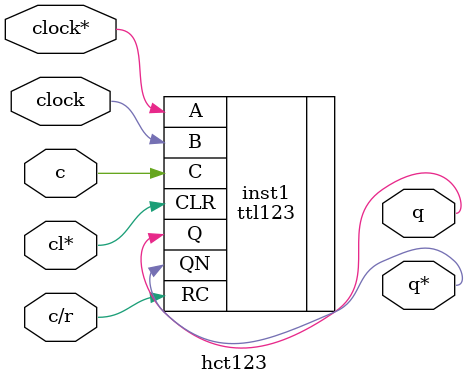
<source format=v>

`timescale 1ns/100ps

module hct123 (c, \c/r , \cl* , clock, \clock* , q, \q* );
    parameter    ModelType = "SWIFT";
    parameter    TimingVersion = "74HCT123";
    /*
Legal values of TimingVersion parameter are: 
CD74HCT123
*/ 
    parameter    DelayRange = "max";
    parameter    MemoryFile = "memory";
    input clock;
    input \clock* ;
    input \cl* ;
    output q;
    output \q* ;
    inout \c/r ;
    inout c;


    ttl123 #(ModelType, TimingVersion, DelayRange, MemoryFile)  inst1 (.A(\clock* ),
                               .B(clock),
                               .C(c),
                               .CLR(\cl* ),
                               .Q(q),
                               .QN(\q* ),
                               .RC(\c/r ) );
endmodule

</source>
